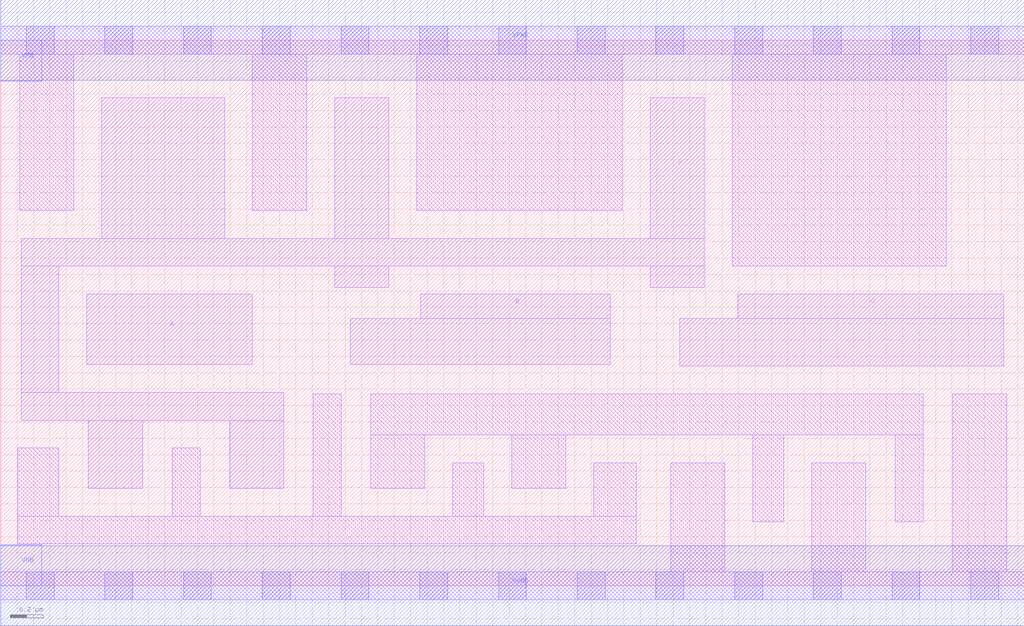
<source format=lef>
# Copyright 2020 The SkyWater PDK Authors
#
# Licensed under the Apache License, Version 2.0 (the "License");
# you may not use this file except in compliance with the License.
# You may obtain a copy of the License at
#
#     https://www.apache.org/licenses/LICENSE-2.0
#
# Unless required by applicable law or agreed to in writing, software
# distributed under the License is distributed on an "AS IS" BASIS,
# WITHOUT WARRANTIES OR CONDITIONS OF ANY KIND, either express or implied.
# See the License for the specific language governing permissions and
# limitations under the License.
#
# SPDX-License-Identifier: Apache-2.0

VERSION 5.5 ;
NAMESCASESENSITIVE ON ;
BUSBITCHARS "[]" ;
DIVIDERCHAR "/" ;
MACRO sky130_fd_sc_ms__nand3_4
  CLASS CORE ;
  SOURCE USER ;
  ORIGIN  0.000000  0.000000 ;
  SIZE  6.240000 BY  3.330000 ;
  SYMMETRY X Y ;
  SITE unit ;
  PIN A
    ANTENNAGATEAREA  0.780000 ;
    DIRECTION INPUT ;
    USE SIGNAL ;
    PORT
      LAYER li1 ;
        RECT 0.525000 1.350000 1.535000 1.780000 ;
    END
  END A
  PIN B
    ANTENNAGATEAREA  0.780000 ;
    DIRECTION INPUT ;
    USE SIGNAL ;
    PORT
      LAYER li1 ;
        RECT 2.130000 1.350000 3.715000 1.630000 ;
        RECT 2.560000 1.630000 3.715000 1.780000 ;
    END
  END B
  PIN C
    ANTENNAGATEAREA  0.780000 ;
    DIRECTION INPUT ;
    USE SIGNAL ;
    PORT
      LAYER li1 ;
        RECT 4.140000 1.340000 6.115000 1.630000 ;
        RECT 4.495000 1.630000 6.115000 1.780000 ;
    END
  END C
  PIN Y
    ANTENNADIFFAREA  2.004800 ;
    DIRECTION OUTPUT ;
    USE SIGNAL ;
    PORT
      LAYER li1 ;
        RECT 0.125000 1.010000 1.725000 1.180000 ;
        RECT 0.125000 1.180000 0.355000 1.950000 ;
        RECT 0.125000 1.950000 4.290000 2.120000 ;
        RECT 0.535000 0.595000 0.865000 1.010000 ;
        RECT 0.615000 2.120000 1.365000 2.980000 ;
        RECT 1.395000 0.595000 1.725000 1.010000 ;
        RECT 2.035000 1.820000 2.365000 1.950000 ;
        RECT 2.035000 2.120000 2.365000 2.980000 ;
        RECT 3.960000 1.820000 4.290000 1.950000 ;
        RECT 3.960000 2.120000 4.290000 2.980000 ;
    END
  END Y
  PIN VGND
    DIRECTION INOUT ;
    USE GROUND ;
    PORT
      LAYER met1 ;
        RECT 0.000000 -0.245000 6.240000 0.245000 ;
    END
  END VGND
  PIN VNB
    DIRECTION INOUT ;
    USE GROUND ;
    PORT
    END
  END VNB
  PIN VPB
    DIRECTION INOUT ;
    USE POWER ;
    PORT
    END
  END VPB
  PIN VNB
    DIRECTION INOUT ;
    USE GROUND ;
    PORT
      LAYER met1 ;
        RECT 0.000000 0.000000 0.250000 0.250000 ;
    END
  END VNB
  PIN VPB
    DIRECTION INOUT ;
    USE POWER ;
    PORT
      LAYER met1 ;
        RECT 0.000000 3.080000 0.250000 3.330000 ;
    END
  END VPB
  PIN VPWR
    DIRECTION INOUT ;
    USE POWER ;
    PORT
      LAYER met1 ;
        RECT 0.000000 3.085000 6.240000 3.575000 ;
    END
  END VPWR
  OBS
    LAYER li1 ;
      RECT 0.000000 -0.085000 6.240000 0.085000 ;
      RECT 0.000000  3.245000 6.240000 3.415000 ;
      RECT 0.105000  0.255000 3.875000 0.425000 ;
      RECT 0.105000  0.425000 0.355000 0.840000 ;
      RECT 0.115000  2.290000 0.445000 3.245000 ;
      RECT 1.045000  0.425000 1.215000 0.840000 ;
      RECT 1.535000  2.290000 1.865000 3.245000 ;
      RECT 1.905000  0.425000 2.075000 1.170000 ;
      RECT 2.255000  0.595000 2.585000 0.920000 ;
      RECT 2.255000  0.920000 5.625000 1.170000 ;
      RECT 2.535000  2.290000 3.790000 3.245000 ;
      RECT 2.755000  0.425000 2.945000 0.750000 ;
      RECT 3.115000  0.595000 3.445000 0.920000 ;
      RECT 3.615000  0.425000 3.875000 0.750000 ;
      RECT 4.085000  0.085000 4.415000 0.750000 ;
      RECT 4.460000  1.950000 5.765000 3.245000 ;
      RECT 4.585000  0.390000 4.775000 0.920000 ;
      RECT 4.945000  0.085000 5.275000 0.750000 ;
      RECT 5.455000  0.390000 5.625000 0.920000 ;
      RECT 5.805000  0.085000 6.135000 1.170000 ;
    LAYER mcon ;
      RECT 0.155000 -0.085000 0.325000 0.085000 ;
      RECT 0.155000  3.245000 0.325000 3.415000 ;
      RECT 0.635000 -0.085000 0.805000 0.085000 ;
      RECT 0.635000  3.245000 0.805000 3.415000 ;
      RECT 1.115000 -0.085000 1.285000 0.085000 ;
      RECT 1.115000  3.245000 1.285000 3.415000 ;
      RECT 1.595000 -0.085000 1.765000 0.085000 ;
      RECT 1.595000  3.245000 1.765000 3.415000 ;
      RECT 2.075000 -0.085000 2.245000 0.085000 ;
      RECT 2.075000  3.245000 2.245000 3.415000 ;
      RECT 2.555000 -0.085000 2.725000 0.085000 ;
      RECT 2.555000  3.245000 2.725000 3.415000 ;
      RECT 3.035000 -0.085000 3.205000 0.085000 ;
      RECT 3.035000  3.245000 3.205000 3.415000 ;
      RECT 3.515000 -0.085000 3.685000 0.085000 ;
      RECT 3.515000  3.245000 3.685000 3.415000 ;
      RECT 3.995000 -0.085000 4.165000 0.085000 ;
      RECT 3.995000  3.245000 4.165000 3.415000 ;
      RECT 4.475000 -0.085000 4.645000 0.085000 ;
      RECT 4.475000  3.245000 4.645000 3.415000 ;
      RECT 4.955000 -0.085000 5.125000 0.085000 ;
      RECT 4.955000  3.245000 5.125000 3.415000 ;
      RECT 5.435000 -0.085000 5.605000 0.085000 ;
      RECT 5.435000  3.245000 5.605000 3.415000 ;
      RECT 5.915000 -0.085000 6.085000 0.085000 ;
      RECT 5.915000  3.245000 6.085000 3.415000 ;
  END
END sky130_fd_sc_ms__nand3_4
END LIBRARY

</source>
